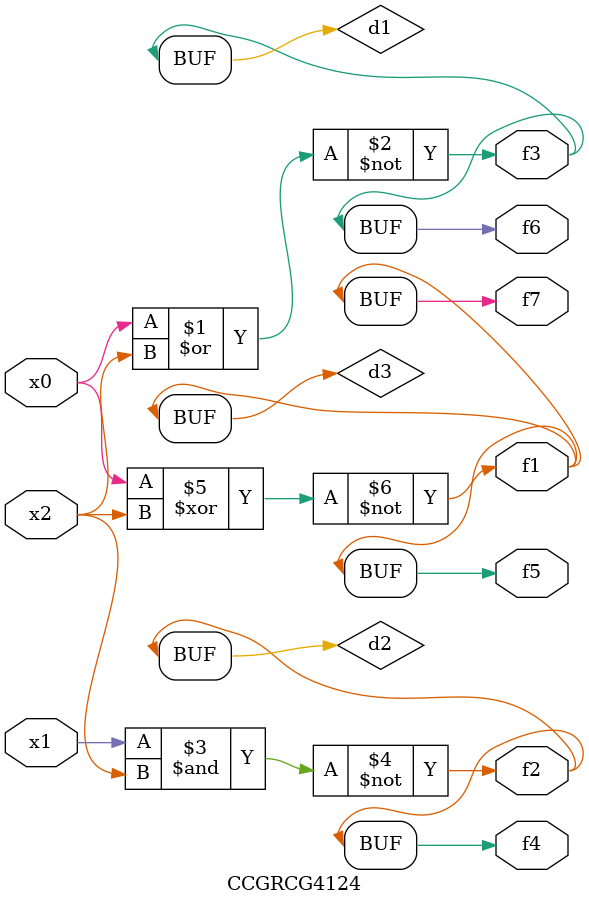
<source format=v>
module CCGRCG4124(
	input x0, x1, x2,
	output f1, f2, f3, f4, f5, f6, f7
);

	wire d1, d2, d3;

	nor (d1, x0, x2);
	nand (d2, x1, x2);
	xnor (d3, x0, x2);
	assign f1 = d3;
	assign f2 = d2;
	assign f3 = d1;
	assign f4 = d2;
	assign f5 = d3;
	assign f6 = d1;
	assign f7 = d3;
endmodule

</source>
